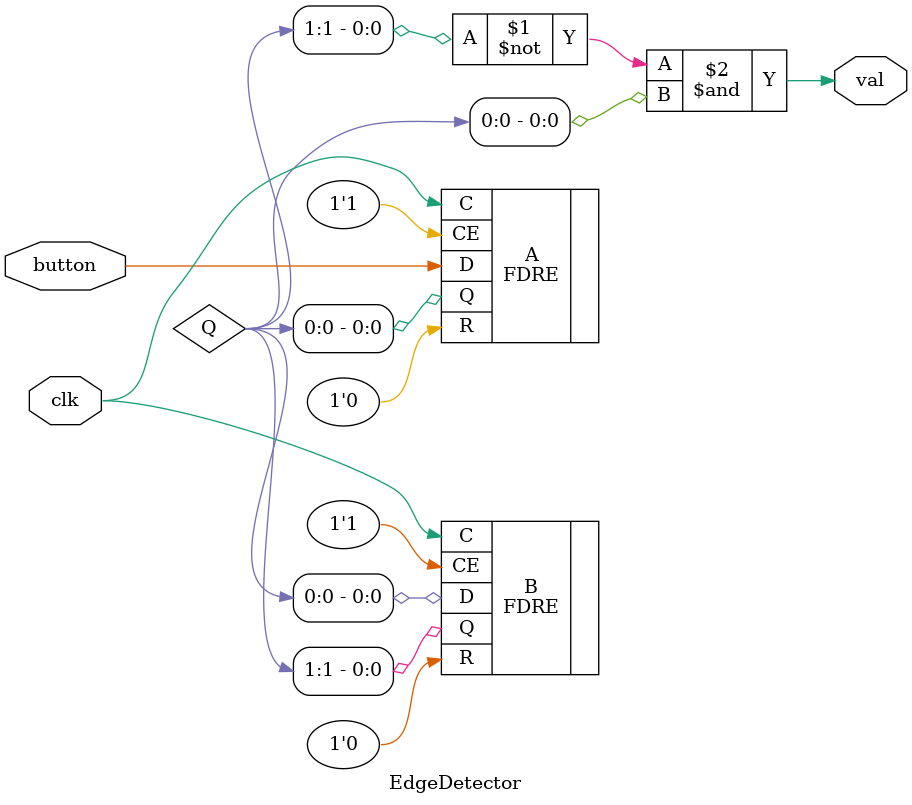
<source format=v>
`timescale 1ns / 1ps


module EdgeDetector(
input clk, button,
output val
    );
    wire [1:0] Q;
    FDRE #(.INIT(1'b0) ) A(.C(clk), .R(1'b0), .CE(1'b1), .D(button), .Q(Q[0]));
    FDRE #(.INIT(1'b0) ) B(.C(clk), .R(1'b0), .CE(1'b1), .D(Q[0]), .Q(Q[1]));
assign val = ~Q[1] & Q[0];
endmodule

</source>
